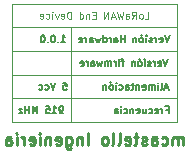
<source format=gbr>
%TF.GenerationSoftware,KiCad,Pcbnew,5.1.10-88a1d61d58~88~ubuntu20.04.1*%
%TF.CreationDate,2021-08-10T15:11:50-03:00*%
%TF.ProjectId,lora_end_device,6c6f7261-5f65-46e6-945f-646576696365,rev?*%
%TF.SameCoordinates,Original*%
%TF.FileFunction,Legend,Bot*%
%TF.FilePolarity,Positive*%
%FSLAX46Y46*%
G04 Gerber Fmt 4.6, Leading zero omitted, Abs format (unit mm)*
G04 Created by KiCad (PCBNEW 5.1.10-88a1d61d58~88~ubuntu20.04.1) date 2021-08-10 15:11:50*
%MOMM*%
%LPD*%
G01*
G04 APERTURE LIST*
%ADD10C,0.150000*%
%ADD11C,0.125000*%
%ADD12C,0.120000*%
%ADD13C,0.250000*%
G04 APERTURE END LIST*
D10*
X73185714Y-88271428D02*
X73528571Y-88271428D01*
X73357142Y-88271428D02*
X73357142Y-87671428D01*
X73414285Y-87757142D01*
X73471428Y-87814285D01*
X73528571Y-87842857D01*
X72928571Y-88214285D02*
X72900000Y-88242857D01*
X72928571Y-88271428D01*
X72957142Y-88242857D01*
X72928571Y-88214285D01*
X72928571Y-88271428D01*
X72528571Y-87671428D02*
X72471428Y-87671428D01*
X72414285Y-87700000D01*
X72385714Y-87728571D01*
X72357142Y-87785714D01*
X72328571Y-87900000D01*
X72328571Y-88042857D01*
X72357142Y-88157142D01*
X72385714Y-88214285D01*
X72414285Y-88242857D01*
X72471428Y-88271428D01*
X72528571Y-88271428D01*
X72585714Y-88242857D01*
X72614285Y-88214285D01*
X72642857Y-88157142D01*
X72671428Y-88042857D01*
X72671428Y-87900000D01*
X72642857Y-87785714D01*
X72614285Y-87728571D01*
X72585714Y-87700000D01*
X72528571Y-87671428D01*
X72071428Y-88214285D02*
X72042857Y-88242857D01*
X72071428Y-88271428D01*
X72100000Y-88242857D01*
X72071428Y-88214285D01*
X72071428Y-88271428D01*
X71671428Y-87671428D02*
X71614285Y-87671428D01*
X71557142Y-87700000D01*
X71528571Y-87728571D01*
X71500000Y-87785714D01*
X71471428Y-87900000D01*
X71471428Y-88042857D01*
X71500000Y-88157142D01*
X71528571Y-88214285D01*
X71557142Y-88242857D01*
X71614285Y-88271428D01*
X71671428Y-88271428D01*
X71728571Y-88242857D01*
X71757142Y-88214285D01*
X71785714Y-88157142D01*
X71814285Y-88042857D01*
X71814285Y-87900000D01*
X71785714Y-87785714D01*
X71757142Y-87728571D01*
X71728571Y-87700000D01*
X71671428Y-87671428D01*
D11*
X80285714Y-86271428D02*
X80571428Y-86271428D01*
X80571428Y-85671428D01*
X80000000Y-86271428D02*
X80057142Y-86242857D01*
X80085714Y-86214285D01*
X80114285Y-86157142D01*
X80114285Y-85985714D01*
X80085714Y-85928571D01*
X80057142Y-85900000D01*
X80000000Y-85871428D01*
X79914285Y-85871428D01*
X79857142Y-85900000D01*
X79828571Y-85928571D01*
X79800000Y-85985714D01*
X79800000Y-86157142D01*
X79828571Y-86214285D01*
X79857142Y-86242857D01*
X79914285Y-86271428D01*
X80000000Y-86271428D01*
X79200000Y-86271428D02*
X79400000Y-85985714D01*
X79542857Y-86271428D02*
X79542857Y-85671428D01*
X79314285Y-85671428D01*
X79257142Y-85700000D01*
X79228571Y-85728571D01*
X79200000Y-85785714D01*
X79200000Y-85871428D01*
X79228571Y-85928571D01*
X79257142Y-85957142D01*
X79314285Y-85985714D01*
X79542857Y-85985714D01*
X78685714Y-86271428D02*
X78685714Y-85957142D01*
X78714285Y-85900000D01*
X78771428Y-85871428D01*
X78885714Y-85871428D01*
X78942857Y-85900000D01*
X78685714Y-86242857D02*
X78742857Y-86271428D01*
X78885714Y-86271428D01*
X78942857Y-86242857D01*
X78971428Y-86185714D01*
X78971428Y-86128571D01*
X78942857Y-86071428D01*
X78885714Y-86042857D01*
X78742857Y-86042857D01*
X78685714Y-86014285D01*
X78457142Y-85671428D02*
X78314285Y-86271428D01*
X78200000Y-85842857D01*
X78085714Y-86271428D01*
X77942857Y-85671428D01*
X77742857Y-86100000D02*
X77457142Y-86100000D01*
X77800000Y-86271428D02*
X77600000Y-85671428D01*
X77400000Y-86271428D01*
X77200000Y-86271428D02*
X77200000Y-85671428D01*
X76857142Y-86271428D01*
X76857142Y-85671428D01*
X76114285Y-85957142D02*
X75914285Y-85957142D01*
X75828571Y-86271428D02*
X76114285Y-86271428D01*
X76114285Y-85671428D01*
X75828571Y-85671428D01*
X75571428Y-85871428D02*
X75571428Y-86271428D01*
X75571428Y-85928571D02*
X75542857Y-85900000D01*
X75485714Y-85871428D01*
X75400000Y-85871428D01*
X75342857Y-85900000D01*
X75314285Y-85957142D01*
X75314285Y-86271428D01*
X74771428Y-86271428D02*
X74771428Y-85671428D01*
X74771428Y-86242857D02*
X74828571Y-86271428D01*
X74942857Y-86271428D01*
X75000000Y-86242857D01*
X75028571Y-86214285D01*
X75057142Y-86157142D01*
X75057142Y-85985714D01*
X75028571Y-85928571D01*
X75000000Y-85900000D01*
X74942857Y-85871428D01*
X74828571Y-85871428D01*
X74771428Y-85900000D01*
X74028571Y-86271428D02*
X74028571Y-85671428D01*
X73885714Y-85671428D01*
X73800000Y-85700000D01*
X73742857Y-85757142D01*
X73714285Y-85814285D01*
X73685714Y-85928571D01*
X73685714Y-86014285D01*
X73714285Y-86128571D01*
X73742857Y-86185714D01*
X73800000Y-86242857D01*
X73885714Y-86271428D01*
X74028571Y-86271428D01*
X73200000Y-86242857D02*
X73257142Y-86271428D01*
X73371428Y-86271428D01*
X73428571Y-86242857D01*
X73457142Y-86185714D01*
X73457142Y-85957142D01*
X73428571Y-85900000D01*
X73371428Y-85871428D01*
X73257142Y-85871428D01*
X73200000Y-85900000D01*
X73171428Y-85957142D01*
X73171428Y-86014285D01*
X73457142Y-86071428D01*
X72971428Y-85871428D02*
X72828571Y-86271428D01*
X72685714Y-85871428D01*
X72457142Y-86271428D02*
X72457142Y-85871428D01*
X72457142Y-85671428D02*
X72485714Y-85700000D01*
X72457142Y-85728571D01*
X72428571Y-85700000D01*
X72457142Y-85671428D01*
X72457142Y-85728571D01*
X71914285Y-86242857D02*
X71971428Y-86271428D01*
X72085714Y-86271428D01*
X72142857Y-86242857D01*
X72171428Y-86214285D01*
X72200000Y-86157142D01*
X72200000Y-85985714D01*
X72171428Y-85928571D01*
X72142857Y-85900000D01*
X72085714Y-85871428D01*
X71971428Y-85871428D01*
X71914285Y-85900000D01*
X71428571Y-86242857D02*
X71485714Y-86271428D01*
X71600000Y-86271428D01*
X71657142Y-86242857D01*
X71685714Y-86185714D01*
X71685714Y-85957142D01*
X71657142Y-85900000D01*
X71600000Y-85871428D01*
X71485714Y-85871428D01*
X71428571Y-85900000D01*
X71400000Y-85957142D01*
X71400000Y-86014285D01*
X71685714Y-86071428D01*
D10*
X82371428Y-87671428D02*
X82171428Y-88271428D01*
X81971428Y-87671428D01*
X81542857Y-88242857D02*
X81600000Y-88271428D01*
X81714285Y-88271428D01*
X81771428Y-88242857D01*
X81800000Y-88185714D01*
X81800000Y-87957142D01*
X81771428Y-87900000D01*
X81714285Y-87871428D01*
X81600000Y-87871428D01*
X81542857Y-87900000D01*
X81514285Y-87957142D01*
X81514285Y-88014285D01*
X81800000Y-88071428D01*
X81257142Y-88271428D02*
X81257142Y-87871428D01*
X81257142Y-87985714D02*
X81228571Y-87928571D01*
X81200000Y-87900000D01*
X81142857Y-87871428D01*
X81085714Y-87871428D01*
X80914285Y-88242857D02*
X80857142Y-88271428D01*
X80742857Y-88271428D01*
X80685714Y-88242857D01*
X80657142Y-88185714D01*
X80657142Y-88157142D01*
X80685714Y-88100000D01*
X80742857Y-88071428D01*
X80828571Y-88071428D01*
X80885714Y-88042857D01*
X80914285Y-87985714D01*
X80914285Y-87957142D01*
X80885714Y-87900000D01*
X80828571Y-87871428D01*
X80742857Y-87871428D01*
X80685714Y-87900000D01*
X80400000Y-88271428D02*
X80400000Y-87871428D01*
X80400000Y-87671428D02*
X80428571Y-87700000D01*
X80400000Y-87728571D01*
X80371428Y-87700000D01*
X80400000Y-87671428D01*
X80400000Y-87728571D01*
X80028571Y-88271428D02*
X80085714Y-88242857D01*
X80114285Y-88214285D01*
X80142857Y-88157142D01*
X80142857Y-87985714D01*
X80114285Y-87928571D01*
X80085714Y-87900000D01*
X80028571Y-87871428D01*
X79942857Y-87871428D01*
X79885714Y-87900000D01*
X79857142Y-87928571D01*
X79828571Y-87985714D01*
X79828571Y-88157142D01*
X79857142Y-88214285D01*
X79885714Y-88242857D01*
X79942857Y-88271428D01*
X80028571Y-88271428D01*
X79914285Y-87642857D02*
X80000000Y-87728571D01*
X79571428Y-87871428D02*
X79571428Y-88271428D01*
X79571428Y-87928571D02*
X79542857Y-87900000D01*
X79485714Y-87871428D01*
X79400000Y-87871428D01*
X79342857Y-87900000D01*
X79314285Y-87957142D01*
X79314285Y-88271428D01*
X78571428Y-88271428D02*
X78571428Y-87671428D01*
X78571428Y-87957142D02*
X78228571Y-87957142D01*
X78228571Y-88271428D02*
X78228571Y-87671428D01*
X77685714Y-88271428D02*
X77685714Y-87957142D01*
X77714285Y-87900000D01*
X77771428Y-87871428D01*
X77885714Y-87871428D01*
X77942857Y-87900000D01*
X77685714Y-88242857D02*
X77742857Y-88271428D01*
X77885714Y-88271428D01*
X77942857Y-88242857D01*
X77971428Y-88185714D01*
X77971428Y-88128571D01*
X77942857Y-88071428D01*
X77885714Y-88042857D01*
X77742857Y-88042857D01*
X77685714Y-88014285D01*
X77400000Y-88271428D02*
X77400000Y-87871428D01*
X77400000Y-87985714D02*
X77371428Y-87928571D01*
X77342857Y-87900000D01*
X77285714Y-87871428D01*
X77228571Y-87871428D01*
X76771428Y-88271428D02*
X76771428Y-87671428D01*
X76771428Y-88242857D02*
X76828571Y-88271428D01*
X76942857Y-88271428D01*
X77000000Y-88242857D01*
X77028571Y-88214285D01*
X77057142Y-88157142D01*
X77057142Y-87985714D01*
X77028571Y-87928571D01*
X77000000Y-87900000D01*
X76942857Y-87871428D01*
X76828571Y-87871428D01*
X76771428Y-87900000D01*
X76542857Y-87871428D02*
X76428571Y-88271428D01*
X76314285Y-87985714D01*
X76200000Y-88271428D01*
X76085714Y-87871428D01*
X75600000Y-88271428D02*
X75600000Y-87957142D01*
X75628571Y-87900000D01*
X75685714Y-87871428D01*
X75800000Y-87871428D01*
X75857142Y-87900000D01*
X75600000Y-88242857D02*
X75657142Y-88271428D01*
X75800000Y-88271428D01*
X75857142Y-88242857D01*
X75885714Y-88185714D01*
X75885714Y-88128571D01*
X75857142Y-88071428D01*
X75800000Y-88042857D01*
X75657142Y-88042857D01*
X75600000Y-88014285D01*
X75314285Y-88271428D02*
X75314285Y-87871428D01*
X75314285Y-87985714D02*
X75285714Y-87928571D01*
X75257142Y-87900000D01*
X75200000Y-87871428D01*
X75142857Y-87871428D01*
X74714285Y-88242857D02*
X74771428Y-88271428D01*
X74885714Y-88271428D01*
X74942857Y-88242857D01*
X74971428Y-88185714D01*
X74971428Y-87957142D01*
X74942857Y-87900000D01*
X74885714Y-87871428D01*
X74771428Y-87871428D01*
X74714285Y-87900000D01*
X74685714Y-87957142D01*
X74685714Y-88014285D01*
X74971428Y-88071428D01*
D12*
X83000000Y-85000000D02*
X69000000Y-85000000D01*
X83000000Y-87000000D02*
X69000000Y-87000000D01*
D10*
X73314285Y-94271428D02*
X73200000Y-94271428D01*
X73142857Y-94242857D01*
X73114285Y-94214285D01*
X73057142Y-94128571D01*
X73028571Y-94014285D01*
X73028571Y-93785714D01*
X73057142Y-93728571D01*
X73085714Y-93700000D01*
X73142857Y-93671428D01*
X73257142Y-93671428D01*
X73314285Y-93700000D01*
X73342857Y-93728571D01*
X73371428Y-93785714D01*
X73371428Y-93928571D01*
X73342857Y-93985714D01*
X73314285Y-94014285D01*
X73257142Y-94042857D01*
X73142857Y-94042857D01*
X73085714Y-94014285D01*
X73057142Y-93985714D01*
X73028571Y-93928571D01*
X72457142Y-94271428D02*
X72800000Y-94271428D01*
X72628571Y-94271428D02*
X72628571Y-93671428D01*
X72685714Y-93757142D01*
X72742857Y-93814285D01*
X72800000Y-93842857D01*
X71914285Y-93671428D02*
X72200000Y-93671428D01*
X72228571Y-93957142D01*
X72200000Y-93928571D01*
X72142857Y-93900000D01*
X72000000Y-93900000D01*
X71942857Y-93928571D01*
X71914285Y-93957142D01*
X71885714Y-94014285D01*
X71885714Y-94157142D01*
X71914285Y-94214285D01*
X71942857Y-94242857D01*
X72000000Y-94271428D01*
X72142857Y-94271428D01*
X72200000Y-94242857D01*
X72228571Y-94214285D01*
X71171428Y-94271428D02*
X71171428Y-93671428D01*
X70971428Y-94100000D01*
X70771428Y-93671428D01*
X70771428Y-94271428D01*
X70485714Y-94271428D02*
X70485714Y-93671428D01*
X70485714Y-93957142D02*
X70142857Y-93957142D01*
X70142857Y-94271428D02*
X70142857Y-93671428D01*
X69914285Y-93871428D02*
X69600000Y-93871428D01*
X69914285Y-94271428D01*
X69600000Y-94271428D01*
X82085714Y-93957142D02*
X82285714Y-93957142D01*
X82285714Y-94271428D02*
X82285714Y-93671428D01*
X82000000Y-93671428D01*
X81771428Y-94271428D02*
X81771428Y-93871428D01*
X81771428Y-93985714D02*
X81742857Y-93928571D01*
X81714285Y-93900000D01*
X81657142Y-93871428D01*
X81600000Y-93871428D01*
X81171428Y-94242857D02*
X81228571Y-94271428D01*
X81342857Y-94271428D01*
X81400000Y-94242857D01*
X81428571Y-94185714D01*
X81428571Y-93957142D01*
X81400000Y-93900000D01*
X81342857Y-93871428D01*
X81228571Y-93871428D01*
X81171428Y-93900000D01*
X81142857Y-93957142D01*
X81142857Y-94014285D01*
X81428571Y-94071428D01*
X80628571Y-94242857D02*
X80685714Y-94271428D01*
X80800000Y-94271428D01*
X80857142Y-94242857D01*
X80885714Y-94214285D01*
X80914285Y-94157142D01*
X80914285Y-93985714D01*
X80885714Y-93928571D01*
X80857142Y-93900000D01*
X80800000Y-93871428D01*
X80685714Y-93871428D01*
X80628571Y-93900000D01*
X80114285Y-93871428D02*
X80114285Y-94271428D01*
X80371428Y-93871428D02*
X80371428Y-94185714D01*
X80342857Y-94242857D01*
X80285714Y-94271428D01*
X80200000Y-94271428D01*
X80142857Y-94242857D01*
X80114285Y-94214285D01*
X79600000Y-94242857D02*
X79657142Y-94271428D01*
X79771428Y-94271428D01*
X79828571Y-94242857D01*
X79857142Y-94185714D01*
X79857142Y-93957142D01*
X79828571Y-93900000D01*
X79771428Y-93871428D01*
X79657142Y-93871428D01*
X79600000Y-93900000D01*
X79571428Y-93957142D01*
X79571428Y-94014285D01*
X79857142Y-94071428D01*
X79314285Y-93871428D02*
X79314285Y-94271428D01*
X79314285Y-93928571D02*
X79285714Y-93900000D01*
X79228571Y-93871428D01*
X79142857Y-93871428D01*
X79085714Y-93900000D01*
X79057142Y-93957142D01*
X79057142Y-94271428D01*
X78514285Y-94242857D02*
X78571428Y-94271428D01*
X78685714Y-94271428D01*
X78742857Y-94242857D01*
X78771428Y-94214285D01*
X78800000Y-94157142D01*
X78800000Y-93985714D01*
X78771428Y-93928571D01*
X78742857Y-93900000D01*
X78685714Y-93871428D01*
X78571428Y-93871428D01*
X78514285Y-93900000D01*
X78257142Y-94271428D02*
X78257142Y-93871428D01*
X78257142Y-93671428D02*
X78285714Y-93700000D01*
X78257142Y-93728571D01*
X78228571Y-93700000D01*
X78257142Y-93671428D01*
X78257142Y-93728571D01*
X77714285Y-94271428D02*
X77714285Y-93957142D01*
X77742857Y-93900000D01*
X77800000Y-93871428D01*
X77914285Y-93871428D01*
X77971428Y-93900000D01*
X77714285Y-94242857D02*
X77771428Y-94271428D01*
X77914285Y-94271428D01*
X77971428Y-94242857D01*
X78000000Y-94185714D01*
X78000000Y-94128571D01*
X77971428Y-94071428D01*
X77914285Y-94042857D01*
X77771428Y-94042857D01*
X77714285Y-94014285D01*
X73357142Y-91671428D02*
X73642857Y-91671428D01*
X73671428Y-91957142D01*
X73642857Y-91928571D01*
X73585714Y-91900000D01*
X73442857Y-91900000D01*
X73385714Y-91928571D01*
X73357142Y-91957142D01*
X73328571Y-92014285D01*
X73328571Y-92157142D01*
X73357142Y-92214285D01*
X73385714Y-92242857D01*
X73442857Y-92271428D01*
X73585714Y-92271428D01*
X73642857Y-92242857D01*
X73671428Y-92214285D01*
X72700000Y-91671428D02*
X72500000Y-92271428D01*
X72300000Y-91671428D01*
X71842857Y-92242857D02*
X71900000Y-92271428D01*
X72014285Y-92271428D01*
X72071428Y-92242857D01*
X72100000Y-92214285D01*
X72128571Y-92157142D01*
X72128571Y-91985714D01*
X72100000Y-91928571D01*
X72071428Y-91900000D01*
X72014285Y-91871428D01*
X71900000Y-91871428D01*
X71842857Y-91900000D01*
X71328571Y-92242857D02*
X71385714Y-92271428D01*
X71500000Y-92271428D01*
X71557142Y-92242857D01*
X71585714Y-92214285D01*
X71614285Y-92157142D01*
X71614285Y-91985714D01*
X71585714Y-91928571D01*
X71557142Y-91900000D01*
X71500000Y-91871428D01*
X71385714Y-91871428D01*
X71328571Y-91900000D01*
X82257142Y-92100000D02*
X81971428Y-92100000D01*
X82314285Y-92271428D02*
X82114285Y-91671428D01*
X81914285Y-92271428D01*
X81628571Y-92271428D02*
X81685714Y-92242857D01*
X81714285Y-92185714D01*
X81714285Y-91671428D01*
X81400000Y-92271428D02*
X81400000Y-91871428D01*
X81400000Y-91671428D02*
X81428571Y-91700000D01*
X81400000Y-91728571D01*
X81371428Y-91700000D01*
X81400000Y-91671428D01*
X81400000Y-91728571D01*
X81114285Y-92271428D02*
X81114285Y-91871428D01*
X81114285Y-91928571D02*
X81085714Y-91900000D01*
X81028571Y-91871428D01*
X80942857Y-91871428D01*
X80885714Y-91900000D01*
X80857142Y-91957142D01*
X80857142Y-92271428D01*
X80857142Y-91957142D02*
X80828571Y-91900000D01*
X80771428Y-91871428D01*
X80685714Y-91871428D01*
X80628571Y-91900000D01*
X80600000Y-91957142D01*
X80600000Y-92271428D01*
X80085714Y-92242857D02*
X80142857Y-92271428D01*
X80257142Y-92271428D01*
X80314285Y-92242857D01*
X80342857Y-92185714D01*
X80342857Y-91957142D01*
X80314285Y-91900000D01*
X80257142Y-91871428D01*
X80142857Y-91871428D01*
X80085714Y-91900000D01*
X80057142Y-91957142D01*
X80057142Y-92014285D01*
X80342857Y-92071428D01*
X79800000Y-91871428D02*
X79800000Y-92271428D01*
X79800000Y-91928571D02*
X79771428Y-91900000D01*
X79714285Y-91871428D01*
X79628571Y-91871428D01*
X79571428Y-91900000D01*
X79542857Y-91957142D01*
X79542857Y-92271428D01*
X79342857Y-91871428D02*
X79114285Y-91871428D01*
X79257142Y-91671428D02*
X79257142Y-92185714D01*
X79228571Y-92242857D01*
X79171428Y-92271428D01*
X79114285Y-92271428D01*
X78657142Y-92271428D02*
X78657142Y-91957142D01*
X78685714Y-91900000D01*
X78742857Y-91871428D01*
X78857142Y-91871428D01*
X78914285Y-91900000D01*
X78657142Y-92242857D02*
X78714285Y-92271428D01*
X78857142Y-92271428D01*
X78914285Y-92242857D01*
X78942857Y-92185714D01*
X78942857Y-92128571D01*
X78914285Y-92071428D01*
X78857142Y-92042857D01*
X78714285Y-92042857D01*
X78657142Y-92014285D01*
X78114285Y-92242857D02*
X78171428Y-92271428D01*
X78285714Y-92271428D01*
X78342857Y-92242857D01*
X78371428Y-92214285D01*
X78400000Y-92157142D01*
X78400000Y-91985714D01*
X78371428Y-91928571D01*
X78342857Y-91900000D01*
X78285714Y-91871428D01*
X78171428Y-91871428D01*
X78114285Y-91900000D01*
X77857142Y-92271428D02*
X77857142Y-91871428D01*
X77857142Y-91671428D02*
X77885714Y-91700000D01*
X77857142Y-91728571D01*
X77828571Y-91700000D01*
X77857142Y-91671428D01*
X77857142Y-91728571D01*
X77485714Y-92271428D02*
X77542857Y-92242857D01*
X77571428Y-92214285D01*
X77600000Y-92157142D01*
X77600000Y-91985714D01*
X77571428Y-91928571D01*
X77542857Y-91900000D01*
X77485714Y-91871428D01*
X77400000Y-91871428D01*
X77342857Y-91900000D01*
X77314285Y-91928571D01*
X77285714Y-91985714D01*
X77285714Y-92157142D01*
X77314285Y-92214285D01*
X77342857Y-92242857D01*
X77400000Y-92271428D01*
X77485714Y-92271428D01*
X77371428Y-91642857D02*
X77457142Y-91728571D01*
X77028571Y-91871428D02*
X77028571Y-92271428D01*
X77028571Y-91928571D02*
X77000000Y-91900000D01*
X76942857Y-91871428D01*
X76857142Y-91871428D01*
X76800000Y-91900000D01*
X76771428Y-91957142D01*
X76771428Y-92271428D01*
X82228571Y-89671428D02*
X82028571Y-90271428D01*
X81828571Y-89671428D01*
X81400000Y-90242857D02*
X81457142Y-90271428D01*
X81571428Y-90271428D01*
X81628571Y-90242857D01*
X81657142Y-90185714D01*
X81657142Y-89957142D01*
X81628571Y-89900000D01*
X81571428Y-89871428D01*
X81457142Y-89871428D01*
X81400000Y-89900000D01*
X81371428Y-89957142D01*
X81371428Y-90014285D01*
X81657142Y-90071428D01*
X81114285Y-90271428D02*
X81114285Y-89871428D01*
X81114285Y-89985714D02*
X81085714Y-89928571D01*
X81057142Y-89900000D01*
X81000000Y-89871428D01*
X80942857Y-89871428D01*
X80771428Y-90242857D02*
X80714285Y-90271428D01*
X80600000Y-90271428D01*
X80542857Y-90242857D01*
X80514285Y-90185714D01*
X80514285Y-90157142D01*
X80542857Y-90100000D01*
X80600000Y-90071428D01*
X80685714Y-90071428D01*
X80742857Y-90042857D01*
X80771428Y-89985714D01*
X80771428Y-89957142D01*
X80742857Y-89900000D01*
X80685714Y-89871428D01*
X80600000Y-89871428D01*
X80542857Y-89900000D01*
X80257142Y-90271428D02*
X80257142Y-89871428D01*
X80257142Y-89671428D02*
X80285714Y-89700000D01*
X80257142Y-89728571D01*
X80228571Y-89700000D01*
X80257142Y-89671428D01*
X80257142Y-89728571D01*
X79885714Y-90271428D02*
X79942857Y-90242857D01*
X79971428Y-90214285D01*
X80000000Y-90157142D01*
X80000000Y-89985714D01*
X79971428Y-89928571D01*
X79942857Y-89900000D01*
X79885714Y-89871428D01*
X79800000Y-89871428D01*
X79742857Y-89900000D01*
X79714285Y-89928571D01*
X79685714Y-89985714D01*
X79685714Y-90157142D01*
X79714285Y-90214285D01*
X79742857Y-90242857D01*
X79800000Y-90271428D01*
X79885714Y-90271428D01*
X79771428Y-89642857D02*
X79857142Y-89728571D01*
X79428571Y-89871428D02*
X79428571Y-90271428D01*
X79428571Y-89928571D02*
X79400000Y-89900000D01*
X79342857Y-89871428D01*
X79257142Y-89871428D01*
X79200000Y-89900000D01*
X79171428Y-89957142D01*
X79171428Y-90271428D01*
X78514285Y-89871428D02*
X78285714Y-89871428D01*
X78428571Y-90271428D02*
X78428571Y-89757142D01*
X78400000Y-89700000D01*
X78342857Y-89671428D01*
X78285714Y-89671428D01*
X78085714Y-90271428D02*
X78085714Y-89871428D01*
X78085714Y-89671428D02*
X78114285Y-89700000D01*
X78085714Y-89728571D01*
X78057142Y-89700000D01*
X78085714Y-89671428D01*
X78085714Y-89728571D01*
X77800000Y-90271428D02*
X77800000Y-89871428D01*
X77800000Y-89985714D02*
X77771428Y-89928571D01*
X77742857Y-89900000D01*
X77685714Y-89871428D01*
X77628571Y-89871428D01*
X77428571Y-90271428D02*
X77428571Y-89871428D01*
X77428571Y-89928571D02*
X77400000Y-89900000D01*
X77342857Y-89871428D01*
X77257142Y-89871428D01*
X77200000Y-89900000D01*
X77171428Y-89957142D01*
X77171428Y-90271428D01*
X77171428Y-89957142D02*
X77142857Y-89900000D01*
X77085714Y-89871428D01*
X77000000Y-89871428D01*
X76942857Y-89900000D01*
X76914285Y-89957142D01*
X76914285Y-90271428D01*
X76685714Y-89871428D02*
X76571428Y-90271428D01*
X76457142Y-89985714D01*
X76342857Y-90271428D01*
X76228571Y-89871428D01*
X75742857Y-90271428D02*
X75742857Y-89957142D01*
X75771428Y-89900000D01*
X75828571Y-89871428D01*
X75942857Y-89871428D01*
X76000000Y-89900000D01*
X75742857Y-90242857D02*
X75800000Y-90271428D01*
X75942857Y-90271428D01*
X76000000Y-90242857D01*
X76028571Y-90185714D01*
X76028571Y-90128571D01*
X76000000Y-90071428D01*
X75942857Y-90042857D01*
X75800000Y-90042857D01*
X75742857Y-90014285D01*
X75457142Y-90271428D02*
X75457142Y-89871428D01*
X75457142Y-89985714D02*
X75428571Y-89928571D01*
X75400000Y-89900000D01*
X75342857Y-89871428D01*
X75285714Y-89871428D01*
X74857142Y-90242857D02*
X74914285Y-90271428D01*
X75028571Y-90271428D01*
X75085714Y-90242857D01*
X75114285Y-90185714D01*
X75114285Y-89957142D01*
X75085714Y-89900000D01*
X75028571Y-89871428D01*
X74914285Y-89871428D01*
X74857142Y-89900000D01*
X74828571Y-89957142D01*
X74828571Y-90014285D01*
X75114285Y-90071428D01*
D12*
X69000000Y-95000000D02*
X83000000Y-95000000D01*
X69000000Y-93000000D02*
X83000000Y-93000000D01*
X74000000Y-87000000D02*
X74000000Y-95000000D01*
X69000000Y-91000000D02*
X83000000Y-91000000D01*
X69000000Y-95000000D02*
X69000000Y-85000000D01*
X83000000Y-85000000D02*
X83000000Y-95000000D01*
X69000000Y-89000000D02*
X83000000Y-89000000D01*
D13*
X83476190Y-96952380D02*
X83476190Y-96285714D01*
X83476190Y-96380952D02*
X83428571Y-96333333D01*
X83333333Y-96285714D01*
X83190476Y-96285714D01*
X83095238Y-96333333D01*
X83047619Y-96428571D01*
X83047619Y-96952380D01*
X83047619Y-96428571D02*
X83000000Y-96333333D01*
X82904761Y-96285714D01*
X82761904Y-96285714D01*
X82666666Y-96333333D01*
X82619047Y-96428571D01*
X82619047Y-96952380D01*
X81714285Y-96904761D02*
X81809523Y-96952380D01*
X82000000Y-96952380D01*
X82095238Y-96904761D01*
X82142857Y-96857142D01*
X82190476Y-96761904D01*
X82190476Y-96476190D01*
X82142857Y-96380952D01*
X82095238Y-96333333D01*
X82000000Y-96285714D01*
X81809523Y-96285714D01*
X81714285Y-96333333D01*
X80857142Y-96952380D02*
X80857142Y-96428571D01*
X80904761Y-96333333D01*
X81000000Y-96285714D01*
X81190476Y-96285714D01*
X81285714Y-96333333D01*
X80857142Y-96904761D02*
X80952380Y-96952380D01*
X81190476Y-96952380D01*
X81285714Y-96904761D01*
X81333333Y-96809523D01*
X81333333Y-96714285D01*
X81285714Y-96619047D01*
X81190476Y-96571428D01*
X80952380Y-96571428D01*
X80857142Y-96523809D01*
X80428571Y-96904761D02*
X80333333Y-96952380D01*
X80142857Y-96952380D01*
X80047619Y-96904761D01*
X80000000Y-96809523D01*
X80000000Y-96761904D01*
X80047619Y-96666666D01*
X80142857Y-96619047D01*
X80285714Y-96619047D01*
X80380952Y-96571428D01*
X80428571Y-96476190D01*
X80428571Y-96428571D01*
X80380952Y-96333333D01*
X80285714Y-96285714D01*
X80142857Y-96285714D01*
X80047619Y-96333333D01*
X79714285Y-96285714D02*
X79333333Y-96285714D01*
X79571428Y-95952380D02*
X79571428Y-96809523D01*
X79523809Y-96904761D01*
X79428571Y-96952380D01*
X79333333Y-96952380D01*
X78619047Y-96904761D02*
X78714285Y-96952380D01*
X78904761Y-96952380D01*
X79000000Y-96904761D01*
X79047619Y-96809523D01*
X79047619Y-96428571D01*
X79000000Y-96333333D01*
X78904761Y-96285714D01*
X78714285Y-96285714D01*
X78619047Y-96333333D01*
X78571428Y-96428571D01*
X78571428Y-96523809D01*
X79047619Y-96619047D01*
X78000000Y-96952380D02*
X78095238Y-96904761D01*
X78142857Y-96809523D01*
X78142857Y-95952380D01*
X77476190Y-96952380D02*
X77571428Y-96904761D01*
X77619047Y-96809523D01*
X77619047Y-95952380D01*
X76952380Y-96952380D02*
X77047619Y-96904761D01*
X77095238Y-96857142D01*
X77142857Y-96761904D01*
X77142857Y-96476190D01*
X77095238Y-96380952D01*
X77047619Y-96333333D01*
X76952380Y-96285714D01*
X76809523Y-96285714D01*
X76714285Y-96333333D01*
X76666666Y-96380952D01*
X76619047Y-96476190D01*
X76619047Y-96761904D01*
X76666666Y-96857142D01*
X76714285Y-96904761D01*
X76809523Y-96952380D01*
X76952380Y-96952380D01*
X75428571Y-96952380D02*
X75428571Y-95952380D01*
X74952380Y-96285714D02*
X74952380Y-96952380D01*
X74952380Y-96380952D02*
X74904761Y-96333333D01*
X74809523Y-96285714D01*
X74666666Y-96285714D01*
X74571428Y-96333333D01*
X74523809Y-96428571D01*
X74523809Y-96952380D01*
X73619047Y-96285714D02*
X73619047Y-97095238D01*
X73666666Y-97190476D01*
X73714285Y-97238095D01*
X73809523Y-97285714D01*
X73952380Y-97285714D01*
X74047619Y-97238095D01*
X73619047Y-96904761D02*
X73714285Y-96952380D01*
X73904761Y-96952380D01*
X74000000Y-96904761D01*
X74047619Y-96857142D01*
X74095238Y-96761904D01*
X74095238Y-96476190D01*
X74047619Y-96380952D01*
X74000000Y-96333333D01*
X73904761Y-96285714D01*
X73714285Y-96285714D01*
X73619047Y-96333333D01*
X72761904Y-96904761D02*
X72857142Y-96952380D01*
X73047619Y-96952380D01*
X73142857Y-96904761D01*
X73190476Y-96809523D01*
X73190476Y-96428571D01*
X73142857Y-96333333D01*
X73047619Y-96285714D01*
X72857142Y-96285714D01*
X72761904Y-96333333D01*
X72714285Y-96428571D01*
X72714285Y-96523809D01*
X73190476Y-96619047D01*
X72285714Y-96285714D02*
X72285714Y-96952380D01*
X72285714Y-96380952D02*
X72238095Y-96333333D01*
X72142857Y-96285714D01*
X72000000Y-96285714D01*
X71904761Y-96333333D01*
X71857142Y-96428571D01*
X71857142Y-96952380D01*
X71380952Y-96952380D02*
X71380952Y-96285714D01*
X71380952Y-95952380D02*
X71428571Y-96000000D01*
X71380952Y-96047619D01*
X71333333Y-96000000D01*
X71380952Y-95952380D01*
X71380952Y-96047619D01*
X70523809Y-96904761D02*
X70619047Y-96952380D01*
X70809523Y-96952380D01*
X70904761Y-96904761D01*
X70952380Y-96809523D01*
X70952380Y-96428571D01*
X70904761Y-96333333D01*
X70809523Y-96285714D01*
X70619047Y-96285714D01*
X70523809Y-96333333D01*
X70476190Y-96428571D01*
X70476190Y-96523809D01*
X70952380Y-96619047D01*
X70047619Y-96952380D02*
X70047619Y-96285714D01*
X70047619Y-96476190D02*
X70000000Y-96380952D01*
X69952380Y-96333333D01*
X69857142Y-96285714D01*
X69761904Y-96285714D01*
X69428571Y-96952380D02*
X69428571Y-96285714D01*
X69333333Y-95904761D02*
X69476190Y-96047619D01*
X68523809Y-96952380D02*
X68523809Y-96428571D01*
X68571428Y-96333333D01*
X68666666Y-96285714D01*
X68857142Y-96285714D01*
X68952380Y-96333333D01*
X68523809Y-96904761D02*
X68619047Y-96952380D01*
X68857142Y-96952380D01*
X68952380Y-96904761D01*
X69000000Y-96809523D01*
X69000000Y-96714285D01*
X68952380Y-96619047D01*
X68857142Y-96571428D01*
X68619047Y-96571428D01*
X68523809Y-96523809D01*
M02*

</source>
